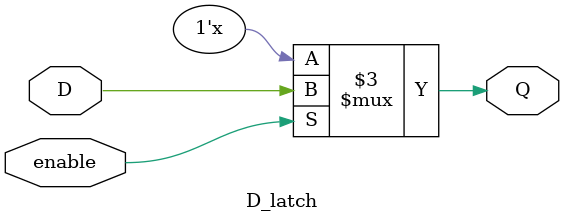
<source format=v>
`timescale 1ns / 1ps

module D_latch(
    input D,
    input enable,
    output reg Q
    );

    always @(D or enable)
        begin 
            if(enable) Q=D;
            else Q=Q;
        end
endmodule
</source>
